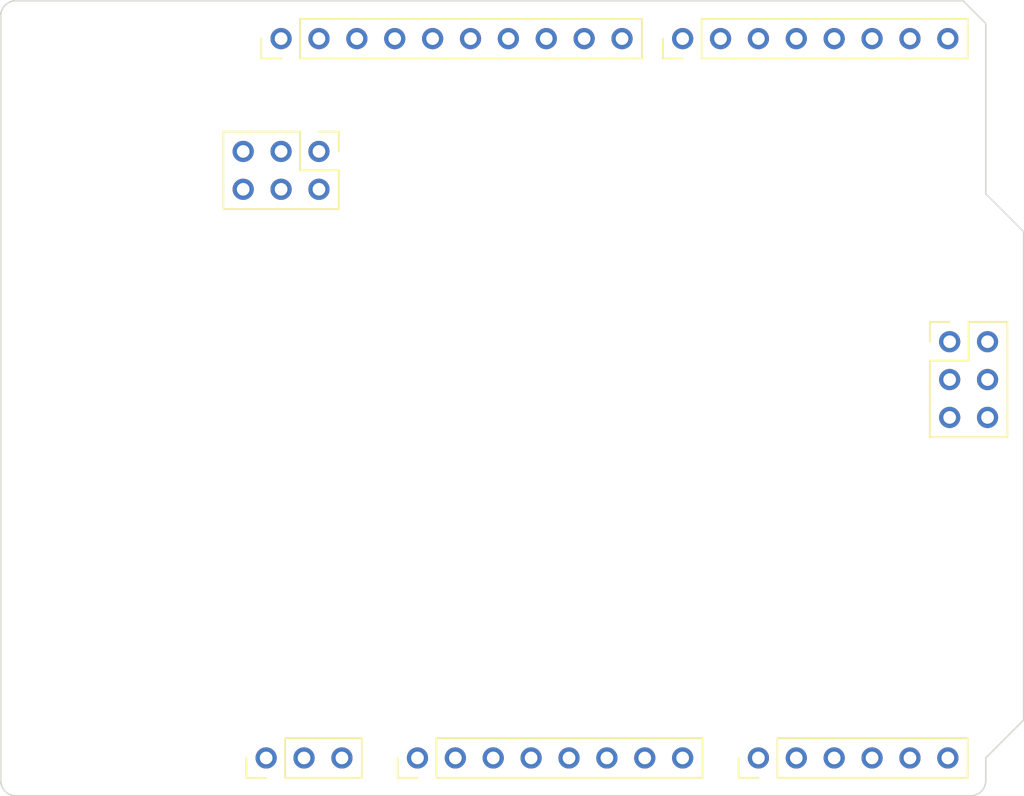
<source format=kicad_pcb>
(kicad_pcb (version 20221018) (generator pcbnew)
  (title_block (title "Arduino UNO R4 Shield Template PCB") (date "2023-07-13") (rev "1.0") (company "MStackoverflow"))
  (layers (0 "F.Cu" signal) (31 "B.Cu" signal) (34 "B.Paste" user) (35 "F.Paste" user) (36 "B.SilkS" user "B.Silkscreen") (37 "F.SilkS" user "F.Silkscreen") (38 "B.Mask" user) (39 "F.Mask" user) (44 "Edge.Cuts" user))
  (net 0 "")
  (footprint "ArduinoPinSockets:Arduino_PinSocket_1x03_P2.54mm_Vertical" (layer "F.Cu") (at 124.47499 116.84001 90)
    (fp_text reference "U1" hide)
    (fp_text value "OFF" hide)
    (fp_line (start -1.33 -1.33) (end 0 -1.33) (stroke (width 0.12)) (layer "F.SilkS"))
    (fp_line (start -1.33 0) (end -1.33 -1.33) (stroke (width 0.12)) (layer "F.SilkS"))
    (fp_line (start -1.33 1.27) (end -1.33 6.41) (stroke (width 0.12)) (layer "F.SilkS"))
    (fp_line (start -1.33 1.27) (end 1.33 1.27) (stroke (width 0.12)) (layer "F.SilkS"))
    (fp_line (start -1.33 6.41) (end 1.33 6.41) (stroke (width 0.12)) (layer "F.SilkS"))
    (fp_line (start 1.33 1.27) (end 1.33 6.41) (stroke (width 0.12)) (layer "F.SilkS"))
    (pad "1" thru_hole circle (at 0 0 90) (size 1.422 1.422) (drill 0.85) (layers "*.Cu" "*.Mask"))
    (pad "2" thru_hole circle (at 0 2.54 90) (size 1.422 1.422) (drill 0.85) (layers "*.Cu" "*.Mask"))
    (pad "3" thru_hole circle (at 0 5.08 90) (size 1.422 1.422) (drill 0.85) (layers "*.Cu" "*.Mask"))
  )
  (footprint "ArduinoPinSockets:Arduino_PinSocket_2x03_P2.54mm_Vertical" (layer "F.Cu") (at 170.30199 88.91501)
    (fp_text reference "U5" hide)
    (fp_text value "ICSP" hide)
    (fp_line (start -1.33 -1.33) (end 0 -1.33) (stroke (width 0.12)) (layer "F.SilkS"))
    (fp_line (start -1.33 0) (end -1.33 -1.33) (stroke (width 0.12)) (layer "F.SilkS"))
    (fp_line (start -1.33 1.27) (end -1.33 6.41) (stroke (width 0.12)) (layer "F.SilkS"))
    (fp_line (start -1.33 1.27) (end 1.27 1.27) (stroke (width 0.12)) (layer "F.SilkS"))
    (fp_line (start -1.33 6.41) (end 3.87 6.41) (stroke (width 0.12)) (layer "F.SilkS"))
    (fp_line (start 1.27 -1.33) (end 3.87 -1.33) (stroke (width 0.12)) (layer "F.SilkS"))
    (fp_line (start 1.27 1.27) (end 1.27 -1.33) (stroke (width 0.12)) (layer "F.SilkS"))
    (fp_line (start 3.87 -1.33) (end 3.87 6.41) (stroke (width 0.12)) (layer "F.SilkS"))
    (pad "1" thru_hole circle (at 0 0) (size 1.422 1.422) (drill 0.85) (layers "*.Cu" "*.Mask"))
    (pad "2" thru_hole circle (at 2.54 0) (size 1.422 1.422) (drill 0.85) (layers "*.Cu" "*.Mask"))
    (pad "3" thru_hole circle (at 0 2.54) (size 1.422 1.422) (drill 0.85) (layers "*.Cu" "*.Mask"))
    (pad "4" thru_hole circle (at 2.54 2.54) (size 1.422 1.422) (drill 0.85) (layers "*.Cu" "*.Mask"))
    (pad "5" thru_hole circle (at 0 5.08) (size 1.422 1.422) (drill 0.85) (layers "*.Cu" "*.Mask"))
    (pad "6" thru_hole circle (at 2.54 5.08) (size 1.422 1.422) (drill 0.85) (layers "*.Cu" "*.Mask"))
  )
  (footprint "ArduinoMountingHoles:Arduino_MountingHole" (layer "F.Cu") (at 172.72 83.82001)
    (fp_text reference "H1" hide)
    (fp_text value "MountingHole1" hide)
    (pad "" np_thru_hole circle (at 0 0) (size 3.19989 3.19989) (drill 3.19989) (layers "F&B.Cu" "*.Mask"))
  )
  (footprint "ArduinoPinSockets:Arduino_PinSocket_1x08_P2.54mm_Vertical" (layer "F.Cu") (at 152.39999 68.58001 90)
    (fp_text reference "U7" hide)
    (fp_text value "Digital_2" hide)
    (fp_line (start -1.33 -1.33) (end 0 -1.33) (stroke (width 0.12)) (layer "F.SilkS"))
    (fp_line (start -1.33 0) (end -1.33 -1.33) (stroke (width 0.12)) (layer "F.SilkS"))
    (fp_line (start -1.33 1.27) (end -1.33 19.11) (stroke (width 0.12)) (layer "F.SilkS"))
    (fp_line (start -1.33 1.27) (end 1.33 1.27) (stroke (width 0.12)) (layer "F.SilkS"))
    (fp_line (start -1.33 19.11) (end 1.33 19.11) (stroke (width 0.12)) (layer "F.SilkS"))
    (fp_line (start 1.33 1.27) (end 1.33 19.11) (stroke (width 0.12)) (layer "F.SilkS"))
    (pad "11" thru_hole circle (at 0 0 90) (size 1.422 1.422) (drill 0.85) (layers "*.Cu" "*.Mask"))
    (pad "12" thru_hole circle (at 0 2.54 90) (size 1.422 1.422) (drill 0.85) (layers "*.Cu" "*.Mask"))
    (pad "13" thru_hole circle (at 0 5.08 90) (size 1.422 1.422) (drill 0.85) (layers "*.Cu" "*.Mask"))
    (pad "14" thru_hole circle (at 0 7.62 90) (size 1.422 1.422) (drill 0.85) (layers "*.Cu" "*.Mask"))
    (pad "15" thru_hole circle (at 0 10.16 90) (size 1.422 1.422) (drill 0.85) (layers "*.Cu" "*.Mask"))
    (pad "16" thru_hole circle (at 0 12.7 90) (size 1.422 1.422) (drill 0.85) (layers "*.Cu" "*.Mask"))
    (pad "17" thru_hole circle (at 0 15.24 90) (size 1.422 1.422) (drill 0.85) (layers "*.Cu" "*.Mask"))
    (pad "18" thru_hole circle (at 0 17.78 90) (size 1.422 1.422) (drill 0.85) (layers "*.Cu" "*.Mask"))
  )
  (footprint "ArduinoPinSockets:Arduino_PinSocket_1x10_P2.54mm_Vertical" (layer "F.Cu") (at 125.476 68.58 90)
    (fp_text reference "U6" hide)
    (fp_text value "Digital_1" hide)
    (fp_line (start -1.33 -1.33) (end 0 -1.33) (stroke (width 0.12)) (layer "F.SilkS"))
    (fp_line (start -1.33 0) (end -1.33 -1.33) (stroke (width 0.12)) (layer "F.SilkS"))
    (fp_line (start -1.33 1.27) (end -1.33 24.19) (stroke (width 0.12)) (layer "F.SilkS"))
    (fp_line (start -1.33 1.27) (end 1.33 1.27) (stroke (width 0.12)) (layer "F.SilkS"))
    (fp_line (start -1.33 24.19) (end 1.33 24.19) (stroke (width 0.12)) (layer "F.SilkS"))
    (fp_line (start 1.33 1.27) (end 1.33 24.19) (stroke (width 0.12)) (layer "F.SilkS"))
    (pad "1" thru_hole circle (at 0 0 90) (size 1.422 1.422) (drill 0.85) (layers "*.Cu" "*.Mask"))
    (pad "2" thru_hole circle (at 0 2.54 90) (size 1.422 1.422) (drill 0.85) (layers "*.Cu" "*.Mask"))
    (pad "3" thru_hole circle (at 0 5.08 90) (size 1.422 1.422) (drill 0.85) (layers "*.Cu" "*.Mask"))
    (pad "4" thru_hole circle (at 0 7.62 90) (size 1.422 1.422) (drill 0.85) (layers "*.Cu" "*.Mask"))
    (pad "5" thru_hole circle (at 0 10.16 90) (size 1.422 1.422) (drill 0.85) (layers "*.Cu" "*.Mask"))
    (pad "6" thru_hole circle (at 0 12.7 90) (size 1.422 1.422) (drill 0.85) (layers "*.Cu" "*.Mask"))
    (pad "7" thru_hole circle (at 0 15.24 90) (size 1.422 1.422) (drill 0.85) (layers "*.Cu" "*.Mask"))
    (pad "8" thru_hole circle (at 0 17.78 90) (size 1.422 1.422) (drill 0.85) (layers "*.Cu" "*.Mask"))
    (pad "9" thru_hole circle (at 0 20.32 90) (size 1.422 1.422) (drill 0.85) (layers "*.Cu" "*.Mask"))
    (pad "10" thru_hole circle (at 0 22.86 90) (size 1.422 1.422) (drill 0.85) (layers "*.Cu" "*.Mask"))
  )
  (footprint "ArduinoMountingHoles:Arduino_MountingHole" (layer "F.Cu") (at 120.65 116.84)
    (fp_text reference "H4" hide)
    (fp_text value "MountingHole4" hide)
    (pad "" np_thru_hole circle (at 0 0) (size 3.19989 3.19989) (drill 3.19989) (layers "F&B.Cu" "*.Mask"))
  )
  (footprint "ArduinoPinSockets:Arduino_PinSocket_1x06_P2.54mm_Vertical" (layer "F.Cu") (at 157.48 116.84 90)
    (fp_text reference "U3" hide)
    (fp_text value "Analog_2" hide)
    (fp_line (start -1.33 -1.33) (end 0 -1.33) (stroke (width 0.12)) (layer "F.SilkS"))
    (fp_line (start -1.33 0) (end -1.33 -1.33) (stroke (width 0.12)) (layer "F.SilkS"))
    (fp_line (start -1.33 1.27) (end -1.33 14.03) (stroke (width 0.12)) (layer "F.SilkS"))
    (fp_line (start -1.33 1.27) (end 1.33 1.27) (stroke (width 0.12)) (layer "F.SilkS"))
    (fp_line (start -1.33 14.03) (end 1.33 14.03) (stroke (width 0.12)) (layer "F.SilkS"))
    (fp_line (start 1.33 1.27) (end 1.33 14.03) (stroke (width 0.12)) (layer "F.SilkS"))
    (pad "9" thru_hole circle (at 0 0 90) (size 1.422 1.422) (drill 0.85) (layers "*.Cu" "*.Mask"))
    (pad "10" thru_hole circle (at 0 2.54 90) (size 1.422 1.422) (drill 0.85) (layers "*.Cu" "*.Mask"))
    (pad "11" thru_hole circle (at 0 5.08 90) (size 1.422 1.422) (drill 0.85) (layers "*.Cu" "*.Mask"))
    (pad "12" thru_hole circle (at 0 7.62 90) (size 1.422 1.422) (drill 0.85) (layers "*.Cu" "*.Mask"))
    (pad "13" thru_hole circle (at 0 10.16 90) (size 1.422 1.422) (drill 0.85) (layers "*.Cu" "*.Mask"))
    (pad "14" thru_hole circle (at 0 12.7 90) (size 1.422 1.422) (drill 0.85) (layers "*.Cu" "*.Mask"))
  )
  (footprint "ArduinoPinSockets:Arduino_PinSocket_1x08_P2.54mm_Vertical" (layer "F.Cu") (at 134.62 116.84 90)
    (fp_text reference "U2" hide)
    (fp_text value "Analog_1" hide)
    (fp_line (start -1.33 -1.33) (end 0 -1.33) (stroke (width 0.12)) (layer "F.SilkS"))
    (fp_line (start -1.33 0) (end -1.33 -1.33) (stroke (width 0.12)) (layer "F.SilkS"))
    (fp_line (start -1.33 1.27) (end -1.33 19.11) (stroke (width 0.12)) (layer "F.SilkS"))
    (fp_line (start -1.33 1.27) (end 1.33 1.27) (stroke (width 0.12)) (layer "F.SilkS"))
    (fp_line (start -1.33 19.11) (end 1.33 19.11) (stroke (width 0.12)) (layer "F.SilkS"))
    (fp_line (start 1.33 1.27) (end 1.33 19.11) (stroke (width 0.12)) (layer "F.SilkS"))
    (pad "1" thru_hole circle (at 0 0 90) (size 1.422 1.422) (drill 0.85) (layers "*.Cu" "*.Mask"))
    (pad "2" thru_hole circle (at 0 2.54 90) (size 1.422 1.422) (drill 0.85) (layers "*.Cu" "*.Mask"))
    (pad "3" thru_hole circle (at 0 5.08 90) (size 1.422 1.422) (drill 0.85) (layers "*.Cu" "*.Mask"))
    (pad "4" thru_hole circle (at 0 7.62 90) (size 1.422 1.422) (drill 0.85) (layers "*.Cu" "*.Mask"))
    (pad "5" thru_hole circle (at 0 10.16 90) (size 1.422 1.422) (drill 0.85) (layers "*.Cu" "*.Mask"))
    (pad "6" thru_hole circle (at 0 12.7 90) (size 1.422 1.422) (drill 0.85) (layers "*.Cu" "*.Mask"))
    (pad "7" thru_hole circle (at 0 15.24 90) (size 1.422 1.422) (drill 0.85) (layers "*.Cu" "*.Mask"))
    (pad "8" thru_hole circle (at 0 17.78 90) (size 1.422 1.422) (drill 0.85) (layers "*.Cu" "*.Mask"))
  )
  (footprint "ArduinoMountingHoles:Arduino_MountingHole" (layer "F.Cu") (at 121.91999 68.58001)
    (fp_text reference "H2" hide)
    (fp_text value "MountingHole2" hide)
    (pad "" np_thru_hole circle (at 0 0) (size 3.19989 3.19989) (drill 3.19989) (layers "F&B.Cu" "*.Mask"))
  )
  (footprint "ArduinoPinSockets:Arduino_PinSocket_2x03_P2.54mm_Vertical" (layer "F.Cu") (at 128.016 76.1492 -90)
    (fp_text reference "U4" hide)
    (fp_text value "ESP32-S3" hide)
    (fp_line (start -1.33 -1.33) (end 0 -1.33) (stroke (width 0.12)) (layer "F.SilkS"))
    (fp_line (start -1.33 0) (end -1.33 -1.33) (stroke (width 0.12)) (layer "F.SilkS"))
    (fp_line (start -1.33 1.27) (end -1.33 6.41) (stroke (width 0.12)) (layer "F.SilkS"))
    (fp_line (start -1.33 1.27) (end 1.27 1.27) (stroke (width 0.12)) (layer "F.SilkS"))
    (fp_line (start -1.33 6.41) (end 3.87 6.41) (stroke (width 0.12)) (layer "F.SilkS"))
    (fp_line (start 1.27 -1.33) (end 3.87 -1.33) (stroke (width 0.12)) (layer "F.SilkS"))
    (fp_line (start 1.27 1.27) (end 1.27 -1.33) (stroke (width 0.12)) (layer "F.SilkS"))
    (fp_line (start 3.87 -1.33) (end 3.87 6.41) (stroke (width 0.12)) (layer "F.SilkS"))
    (pad "1" thru_hole circle (at 0 0 270) (size 1.422 1.422) (drill 0.85) (layers "*.Cu" "*.Mask"))
    (pad "2" thru_hole circle (at 2.54 0 270) (size 1.422 1.422) (drill 0.85) (layers "*.Cu" "*.Mask"))
    (pad "3" thru_hole circle (at 0 2.54 270) (size 1.422 1.422) (drill 0.85) (layers "*.Cu" "*.Mask"))
    (pad "4" thru_hole circle (at 2.54 2.54 270) (size 1.422 1.422) (drill 0.85) (layers "*.Cu" "*.Mask"))
    (pad "5" thru_hole circle (at 0 5.08 270) (size 1.422 1.422) (drill 0.85) (layers "*.Cu" "*.Mask"))
    (pad "6" thru_hole circle (at 2.54 5.08 270) (size 1.422 1.422) (drill 0.85) (layers "*.Cu" "*.Mask"))
  )
  (footprint "ArduinoMountingHoles:Arduino_MountingHole" (layer "F.Cu") (at 172.72 111.76)
    (fp_text reference "H3" hide)
    (fp_text value "MountingHole3" hide)
    (pad "" np_thru_hole circle (at 0 0) (size 3.19989 3.19989) (drill 3.19989) (layers "F&B.Cu" "*.Mask"))
  )
  (gr_line (start 171.196 66.04) (end 172.72 67.564) (stroke (width 0.1)) (layer "Edge.Cuts"))
  (gr_arc (start 107.696 119.38) (mid 106.97758 119.08242) (end 106.68 118.364) (stroke (width 0.1)) (layer "Edge.Cuts"))
  (gr_line (start 172.72 78.994) (end 175.26 81.534) (stroke (width 0.1)) (layer "Edge.Cuts"))
  (gr_arc (start 172.72 118.364) (mid 172.42242 119.08242) (end 171.704 119.38) (stroke (width 0.1)) (layer "Edge.Cuts"))
  (gr_line (start 175.26 81.534) (end 175.26 114.3) (stroke (width 0.1)) (layer "Edge.Cuts"))
  (gr_line (start 171.704 119.38) (end 107.696 119.38) (stroke (width 0.1)) (layer "Edge.Cuts"))
  (gr_line (start 175.26 114.3) (end 172.72 116.84) (stroke (width 0.1)) (layer "Edge.Cuts"))
  (gr_line (start 172.72 67.564) (end 172.72 78.994) (stroke (width 0.1)) (layer "Edge.Cuts"))
  (gr_arc (start 106.68 67.056) (mid 106.97758 66.33758) (end 107.696 66.04) (stroke (width 0.1)) (layer "Edge.Cuts"))
  (gr_line (start 172.72 116.84) (end 172.72 118.364) (stroke (width 0.1)) (layer "Edge.Cuts"))
  (gr_line (start 107.696 66.04) (end 171.196 66.04) (stroke (width 0.1)) (layer "Edge.Cuts"))
  (gr_line (start 106.68 118.364) (end 106.68 67.056) (stroke (width 0.1)) (layer "Edge.Cuts"))
)
</source>
